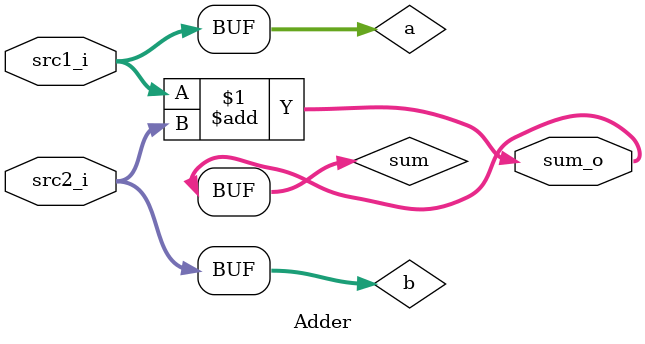
<source format=v>
/***************************************************
Student Name: 
Student ID: 
***************************************************/

`timescale 1ns/1ps

module Adder(
    input  [32-1:0] src1_i,
	input  [32-1:0] src2_i,
	output [32-1:0] sum_o
	);
    
wire signed [31:0] a, b, sum;
assign a = src1_i;
assign b = src2_i;
assign sum = a + b;
assign sum_o = sum;

endmodule
</source>
